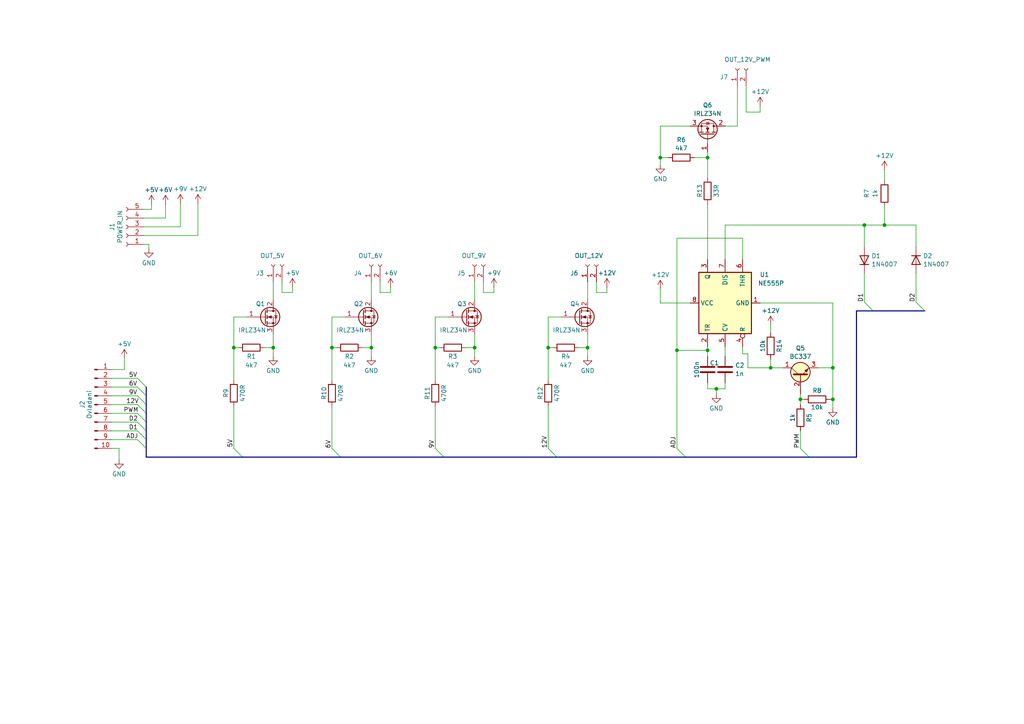
<source format=kicad_sch>
(kicad_sch (version 20231120) (generator "eeschema") (generator_version "8.0")
  (paper "A4")
  (title_block (title "Astrobox") (date "2024-04-13") (rev "2"))
  (lib_symbols
    (symbol "+12V_1" (power) (pin_numbers hide) (pin_names (offset 0) hide)
      (property "Value" "+12V" (at 0 3.556 0))
      (symbol "+12V_1_0_1"
        (polyline (pts (xy -0.762 1.27) (xy 0 2.54)))
        (polyline (pts (xy 0 0) (xy 0 2.54)))
        (polyline (pts (xy 0 2.54) (xy 0.762 1.27)))
      )
      (symbol "+12V_1_1_1"
        (pin power_in line (at 0 0 90) (length 0) (name "~") (number "1"))
      )
    )
    (symbol "Connector:Conn_01x02_Socket" (pin_names (offset 1.016) hide)
      (property "Reference" "J" (at 0 2.54 0))
      (property "Value" "Conn_01x02_Socket" (at 0 -5.08 0))
      (symbol "Conn_01x02_Socket_1_1"
        (arc (start 0 -2.032) (mid -0.5058 -2.54) (end 0 -3.048) (stroke (width 0.1524)))
        (polyline (pts (xy -1.27 -2.54) (xy -0.508 -2.54)) (stroke (width 0.1524)))
        (polyline (pts (xy -1.27 0) (xy -0.508 0)) (stroke (width 0.1524)))
        (arc (start 0 0.508) (mid -0.5058 0) (end 0 -0.508) (stroke (width 0.1524)))
        (pin passive line (at -5.08 0 0) (length 3.81) (name "Pin_1") (number "1"))
        (pin passive line (at -5.08 -2.54 0) (length 3.81) (name "Pin_2") (number "2"))
      )
    )
    (symbol "Connector:Conn_01x05_Socket" (pin_names (offset 1.016) hide)
      (property "Reference" "J" (at 0 7.62 0))
      (property "Value" "Conn_01x05_Socket" (at 0 -7.62 0))
      (symbol "Conn_01x05_Socket_1_1"
        (arc (start 0 -4.572) (mid -0.5058 -5.08) (end 0 -5.588) (stroke (width 0.1524)))
        (arc (start 0 -2.032) (mid -0.5058 -2.54) (end 0 -3.048) (stroke (width 0.1524)))
        (polyline (pts (xy -1.27 -5.08) (xy -0.508 -5.08)) (stroke (width 0.1524)))
        (polyline (pts (xy -1.27 -2.54) (xy -0.508 -2.54)) (stroke (width 0.1524)))
        (polyline (pts (xy -1.27 0) (xy -0.508 0)) (stroke (width 0.1524)))
        (polyline (pts (xy -1.27 2.54) (xy -0.508 2.54)) (stroke (width 0.1524)))
        (polyline (pts (xy -1.27 5.08) (xy -0.508 5.08)) (stroke (width 0.1524)))
        (arc (start 0 0.508) (mid -0.5058 0) (end 0 -0.508) (stroke (width 0.1524)))
        (arc (start 0 3.048) (mid -0.5058 2.54) (end 0 2.032) (stroke (width 0.1524)))
        (arc (start 0 5.588) (mid -0.5058 5.08) (end 0 4.572) (stroke (width 0.1524)))
        (pin passive line (at -5.08 5.08 0) (length 3.81) (name "Pin_1") (number "1"))
        (pin passive line (at -5.08 2.54 0) (length 3.81) (name "Pin_2") (number "2"))
        (pin passive line (at -5.08 0 0) (length 3.81) (name "Pin_3") (number "3"))
        (pin passive line (at -5.08 -2.54 0) (length 3.81) (name "Pin_4") (number "4"))
        (pin passive line (at -5.08 -5.08 0) (length 3.81) (name "Pin_5") (number "5"))
      )
    )
    (symbol "Connector:Conn_01x10_Pin" (pin_names (offset 1.016) hide)
      (property "Reference" "J" (at 0 12.7 0))
      (property "Value" "Conn_01x10_Pin" (at 0 -15.24 0))
      (symbol "Conn_01x10_Pin_1_1"
        (polyline (pts (xy 1.27 -12.7) (xy 0.8636 -12.7)) (stroke (width 0.1524)))
        (polyline (pts (xy 1.27 -10.16) (xy 0.8636 -10.16)) (stroke (width 0.1524)))
        (polyline (pts (xy 1.27 -7.62) (xy 0.8636 -7.62)) (stroke (width 0.1524)))
        (polyline (pts (xy 1.27 -5.08) (xy 0.8636 -5.08)) (stroke (width 0.1524)))
        (polyline (pts (xy 1.27 -2.54) (xy 0.8636 -2.54)) (stroke (width 0.1524)))
        (polyline (pts (xy 1.27 0) (xy 0.8636 0)) (stroke (width 0.1524)))
        (polyline (pts (xy 1.27 2.54) (xy 0.8636 2.54)) (stroke (width 0.1524)))
        (polyline (pts (xy 1.27 5.08) (xy 0.8636 5.08)) (stroke (width 0.1524)))
        (polyline (pts (xy 1.27 7.62) (xy 0.8636 7.62)) (stroke (width 0.1524)))
        (polyline (pts (xy 1.27 10.16) (xy 0.8636 10.16)) (stroke (width 0.1524)))
        (rectangle (start 0.8636 -12.573) (end 0 -12.827) (stroke (width 0.1524)) (fill (type outline)))
        (rectangle (start 0.8636 -10.033) (end 0 -10.287) (stroke (width 0.1524)) (fill (type outline)))
        (rectangle (start 0.8636 -7.493) (end 0 -7.747) (stroke (width 0.1524)) (fill (type outline)))
        (rectangle (start 0.8636 -4.953) (end 0 -5.207) (stroke (width 0.1524)) (fill (type outline)))
        (rectangle (start 0.8636 -2.413) (end 0 -2.667) (stroke (width 0.1524)) (fill (type outline)))
        (rectangle (start 0.8636 0.127) (end 0 -0.127) (stroke (width 0.1524)) (fill (type outline)))
        (rectangle (start 0.8636 2.667) (end 0 2.413) (stroke (width 0.1524)) (fill (type outline)))
        (rectangle (start 0.8636 5.207) (end 0 4.953) (stroke (width 0.1524)) (fill (type outline)))
        (rectangle (start 0.8636 7.747) (end 0 7.493) (stroke (width 0.1524)) (fill (type outline)))
        (rectangle (start 0.8636 10.287) (end 0 10.033) (stroke (width 0.1524)) (fill (type outline)))
        (pin passive line (at 5.08 10.16 180) (length 3.81) (name "Pin_1") (number "1"))
        (pin passive line (at 5.08 -12.7 180) (length 3.81) (name "Pin_10") (number "10"))
        (pin passive line (at 5.08 7.62 180) (length 3.81) (name "Pin_2") (number "2"))
        (pin passive line (at 5.08 5.08 180) (length 3.81) (name "Pin_3") (number "3"))
        (pin passive line (at 5.08 2.54 180) (length 3.81) (name "Pin_4") (number "4"))
        (pin passive line (at 5.08 0 180) (length 3.81) (name "Pin_5") (number "5"))
        (pin passive line (at 5.08 -2.54 180) (length 3.81) (name "Pin_6") (number "6"))
        (pin passive line (at 5.08 -5.08 180) (length 3.81) (name "Pin_7") (number "7"))
        (pin passive line (at 5.08 -7.62 180) (length 3.81) (name "Pin_8") (number "8"))
        (pin passive line (at 5.08 -10.16 180) (length 3.81) (name "Pin_9") (number "9"))
      )
    )
    (symbol "Device:C" (pin_numbers hide) (pin_names (offset 0.254))
      (property "Reference" "C" (at 0.635 2.54 0))
      (property "Value" "C" (at 0.635 -2.54 0))
      (symbol "C_0_1"
        (polyline (pts (xy -2.032 -0.762) (xy 2.032 -0.762)) (stroke (width 0.508)))
        (polyline (pts (xy -2.032 0.762) (xy 2.032 0.762)) (stroke (width 0.508)))
      )
      (symbol "C_1_1"
        (pin passive line (at 0 3.81 270) (length 2.794) (name "~") (number "1"))
        (pin passive line (at 0 -3.81 90) (length 2.794) (name "~") (number "2"))
      )
    )
    (symbol "Device:D" (pin_numbers hide) (pin_names (offset 1.016) hide)
      (property "Reference" "D" (at 0 2.54 0))
      (property "Value" "D" (at 0 -2.54 0))
      (symbol "D_0_1"
        (polyline (pts (xy -1.27 1.27) (xy -1.27 -1.27)) (stroke (width 0.254)))
        (polyline (pts (xy 1.27 0) (xy -1.27 0)))
        (polyline (pts (xy 1.27 1.27) (xy 1.27 -1.27) (xy -1.27 0) (xy 1.27 1.27)) (stroke (width 0.254)))
      )
      (symbol "D_1_1"
        (pin passive line (at -3.81 0 0) (length 2.54) (name "K") (number "1"))
        (pin passive line (at 3.81 0 180) (length 2.54) (name "A") (number "2"))
      )
    )
    (symbol "Device:R" (pin_numbers hide) (pin_names (offset 0))
      (property "Reference" "R" (at 2.032 0 90))
      (property "Value" "R" (at 0 0 90))
      (symbol "R_0_1"
        (rectangle (start -1.016 -2.54) (end 1.016 2.54) (stroke (width 0.254)))
      )
      (symbol "R_1_1"
        (pin passive line (at 0 3.81 270) (length 1.27) (name "~") (number "1"))
        (pin passive line (at 0 -3.81 90) (length 1.27) (name "~") (number "2"))
      )
    )
    (symbol "PCM_Transistor_BJT_AKL:BC337" (pin_names hide)
      (property "Reference" "Q" (at 5.08 1.27 0))
      (property "Value" "BC337" (at 5.08 -1.27 0))
      (symbol "BC337_0_1"
        (polyline (pts (xy 0.635 0.635) (xy 2.54 2.54)))
        (polyline (pts (xy 0.635 -0.635) (xy 2.54 -2.54) (xy 2.54 -2.54)))
        (polyline (pts (xy 0.635 1.905) (xy 0.635 -1.905) (xy 0.635 -1.905)) (stroke (width 0.508)))
        (polyline (pts (xy 1.27 -1.778) (xy 1.778 -1.27) (xy 2.286 -2.286) (xy 1.27 -1.778) (xy 1.27 -1.778)) (fill (type outline)))
        (circle (center 1.27 0) (radius 2.8194) (stroke (width 0.254)) (fill (type background)))
      )
      (symbol "BC337_1_1"
        (pin passive line (at 2.54 5.08 270) (length 2.54) (name "C") (number "1"))
        (pin input line (at -5.08 0 0) (length 5.715) (name "B") (number "2"))
        (pin passive line (at 2.54 -5.08 90) (length 2.54) (name "E") (number "3"))
      )
    )
    (symbol "Timer:NE555P"
      (property "Reference" "U" (at -10.16 8.89 0))
      (property "Value" "NE555P" (at 2.54 8.89 0))
      (symbol "NE555P_0_0"
        (pin power_in line (at 0 -10.16 90) (length 2.54) (name "GND") (number "1"))
        (pin power_in line (at 0 10.16 270) (length 2.54) (name "VCC") (number "8"))
      )
      (symbol "NE555P_0_1"
        (rectangle (start -8.89 -7.62) (end 8.89 7.62) (stroke (width 0.254)) (fill (type background)))
        (rectangle (start -8.89 -7.62) (end 8.89 7.62) (stroke (width 0.254)) (fill (type background)))
      )
      (symbol "NE555P_1_1"
        (pin input line (at -12.7 5.08 0) (length 3.81) (name "TR") (number "2"))
        (pin output line (at 12.7 5.08 180) (length 3.81) (name "Q") (number "3"))
        (pin input inverted (at -12.7 -5.08 0) (length 3.81) (name "R") (number "4"))
        (pin input line (at -12.7 0 0) (length 3.81) (name "CV") (number "5"))
        (pin input line (at 12.7 -5.08 180) (length 3.81) (name "THR") (number "6"))
        (pin input line (at 12.7 0 180) (length 3.81) (name "DIS") (number "7"))
      )
    )
    (symbol "Transistor_FET:IRLZ34N" (pin_names hide)
      (property "Reference" "Q" (at 5.08 1.905 0))
      (property "Value" "IRLZ34N" (at 5.08 0 0))
      (symbol "IRLZ34N_0_1"
        (polyline (pts (xy 0.254 0) (xy -2.54 0)))
        (polyline (pts (xy 0.254 1.905) (xy 0.254 -1.905)) (stroke (width 0.254)))
        (polyline (pts (xy 0.762 -1.27) (xy 0.762 -2.286)) (stroke (width 0.254)))
        (polyline (pts (xy 0.762 0.508) (xy 0.762 -0.508)) (stroke (width 0.254)))
        (polyline (pts (xy 0.762 2.286) (xy 0.762 1.27)) (stroke (width 0.254)))
        (polyline (pts (xy 2.54 2.54) (xy 2.54 1.778)))
        (polyline (pts (xy 2.54 -2.54) (xy 2.54 0) (xy 0.762 0)))
        (polyline (pts (xy 0.762 -1.778) (xy 3.302 -1.778) (xy 3.302 1.778) (xy 0.762 1.778)))
        (polyline (pts (xy 1.016 0) (xy 2.032 0.381) (xy 2.032 -0.381) (xy 1.016 0)) (fill (type outline)))
        (polyline (pts (xy 2.794 0.508) (xy 2.921 0.381) (xy 3.683 0.381) (xy 3.81 0.254)))
        (polyline (pts (xy 3.302 0.381) (xy 2.921 -0.254) (xy 3.683 -0.254) (xy 3.302 0.381)))
        (circle (center 1.651 0) (radius 2.794) (stroke (width 0.254)))
        (circle (center 2.54 -1.778) (radius 0.254) (fill (type outline)))
        (circle (center 2.54 1.778) (radius 0.254) (fill (type outline)))
      )
      (symbol "IRLZ34N_1_1"
        (pin input line (at -5.08 0 0) (length 2.54) (name "G") (number "1"))
        (pin passive line (at 2.54 5.08 270) (length 2.54) (name "D") (number "2"))
        (pin passive line (at 2.54 -5.08 90) (length 2.54) (name "S") (number "3"))
      )
    )
    (symbol "power:+12V" (power) (pin_names (offset 0))
      (property "Value" "+12V" (at 0 3.556 0))
      (symbol "+12V_0_1"
        (polyline (pts (xy -0.762 1.27) (xy 0 2.54)))
        (polyline (pts (xy 0 0) (xy 0 2.54)))
        (polyline (pts (xy 0 2.54) (xy 0.762 1.27)))
      )
      (symbol "+12V_1_1"
        (pin power_in line (at 0 0 90) (length 0) hide (name "+12V") (number "1"))
      )
    )
    (symbol "power:+5V" (power) (pin_names (offset 0))
      (property "Value" "+5V" (at 0 3.556 0))
      (symbol "+5V_0_1"
        (polyline (pts (xy -0.762 1.27) (xy 0 2.54)))
        (polyline (pts (xy 0 0) (xy 0 2.54)))
        (polyline (pts (xy 0 2.54) (xy 0.762 1.27)))
      )
      (symbol "+5V_1_1"
        (pin power_in line (at 0 0 90) (length 0) hide (name "+5V") (number "1"))
      )
    )
    (symbol "power:+6V" (power) (pin_numbers hide) (pin_names (offset 0) hide)
      (property "Value" "+6V" (at 0 3.556 0))
      (symbol "+6V_0_1"
        (polyline (pts (xy -0.762 1.27) (xy 0 2.54)))
        (polyline (pts (xy 0 0) (xy 0 2.54)))
        (polyline (pts (xy 0 2.54) (xy 0.762 1.27)))
      )
      (symbol "+6V_1_1"
        (pin power_in line (at 0 0 90) (length 0) (name "~") (number "1"))
      )
    )
    (symbol "power:+9V" (power) (pin_numbers hide) (pin_names (offset 0) hide)
      (property "Value" "+9V" (at 0 3.556 0))
      (symbol "+9V_0_1"
        (polyline (pts (xy -0.762 1.27) (xy 0 2.54)))
        (polyline (pts (xy 0 0) (xy 0 2.54)))
        (polyline (pts (xy 0 2.54) (xy 0.762 1.27)))
      )
      (symbol "+9V_1_1"
        (pin power_in line (at 0 0 90) (length 0) (name "~") (number "1"))
      )
    )
    (symbol "power:GND" (power) (pin_names (offset 0))
      (property "Value" "GND" (at 0 -3.81 0))
      (symbol "GND_0_1"
        (polyline (pts (xy 0 0) (xy 0 -1.27) (xy 1.27 -1.27) (xy 0 -2.54) (xy -1.27 -1.27) (xy 0 -1.27)))
      )
      (symbol "GND_1_1"
        (pin power_in line (at 0 0 270) (length 0) hide (name "GND") (number "1"))
      )
    )
  )
  (junction (at 67.818 100.838))
  (junction (at 232.156 115.824))
  (junction (at 223.52 106.68))
  (junction (at 207.772 112.776))
  (junction (at 107.696 100.838))
  (junction (at 196.342 101.6))
  (junction (at 256.54 65.278))
  (junction (at 205.232 101.6))
  (junction (at 96.266 100.838))
  (junction (at 79.248 100.838))
  (junction (at 250.698 65.278))
  (junction (at 191.516 45.72))
  (junction (at 241.554 115.824))
  (junction (at 241.554 106.68))
  (junction (at 126.238 100.838))
  (junction (at 170.434 100.838))
  (junction (at 159.004 100.838))
  (junction (at 137.668 100.838))
  (junction (at 205.232 45.72))
  (bus_entry (at 126.238 130.048) (size 2.54 2.54))
  (bus_entry (at 39.878 119.888) (size 2.54 2.54))
  (bus_entry (at 250.698 87.63) (size 2.54 2.54))
  (bus_entry (at 39.878 127.508) (size 2.54 2.54))
  (bus_entry (at 39.878 109.728) (size 2.54 2.54))
  (bus_entry (at 67.818 130.048) (size 2.54 2.54))
  (bus_entry (at 39.878 122.428) (size 2.54 2.54))
  (bus_entry (at 96.266 130.048) (size 2.54 2.54))
  (bus_entry (at 232.156 130.048) (size 2.54 2.54))
  (bus_entry (at 39.878 112.268) (size 2.54 2.54))
  (bus_entry (at 39.878 114.808) (size 2.54 2.54))
  (bus_entry (at 39.878 117.348) (size 2.54 2.54))
  (bus_entry (at 265.684 87.63) (size 2.54 2.54))
  (bus_entry (at 39.878 124.968) (size 2.54 2.54))
  (bus_entry (at 159.004 130.048) (size 2.54 2.54))
  (bus_entry (at 196.342 130.048) (size 2.54 2.54))
  (wire (pts (xy 130.048 91.948) (xy 126.238 91.948)))
  (wire (pts (xy 205.232 45.72) (xy 205.232 51.562)))
  (wire (pts (xy 232.156 124.968) (xy 232.156 130.048)))
  (wire (pts (xy 250.698 65.278) (xy 256.54 65.278)))
  (wire (pts (xy 48.006 63.246) (xy 48.006 59.182)))
  (wire (pts (xy 143.256 83.312) (xy 143.256 84.836)))
  (wire (pts (xy 126.238 91.948) (xy 126.238 100.838)))
  (wire (pts (xy 170.434 100.838) (xy 170.434 103.378)))
  (wire (pts (xy 191.516 45.72) (xy 191.516 47.752)))
  (wire (pts (xy 213.868 36.576) (xy 213.868 24.892)))
  (wire (pts (xy 210.312 112.776) (xy 210.312 110.998)))
  (wire (pts (xy 216.916 102.616) (xy 216.916 106.68)))
  (wire (pts (xy 67.818 100.838) (xy 67.818 110.236)))
  (wire (pts (xy 241.554 115.824) (xy 241.554 118.364)))
  (wire (pts (xy 43.942 60.706) (xy 43.942 59.182)))
  (wire (pts (xy 210.312 65.278) (xy 210.312 75.184)))
  (wire (pts (xy 250.698 79.248) (xy 250.698 87.63)))
  (wire (pts (xy 137.668 100.838) (xy 137.668 103.378)))
  (wire (pts (xy 205.232 110.998) (xy 205.232 112.776)))
  (wire (pts (xy 215.392 69.088) (xy 215.392 75.184)))
  (wire (pts (xy 41.656 63.246) (xy 48.006 63.246)))
  (wire (pts (xy 223.52 94.234) (xy 223.52 96.52)))
  (wire (pts (xy 81.788 81.788) (xy 81.788 84.836)))
  (wire (pts (xy 210.312 36.576) (xy 213.868 36.576)))
  (wire (pts (xy 159.004 117.856) (xy 159.004 130.048)))
  (wire (pts (xy 170.434 81.788) (xy 170.434 86.868)))
  (wire (pts (xy 107.696 97.028) (xy 107.696 100.838)))
  (wire (pts (xy 79.248 100.838) (xy 79.248 103.378)))
  (wire (pts (xy 100.076 91.948) (xy 96.266 91.948)))
  (wire (pts (xy 140.208 81.788) (xy 140.208 84.836)))
  (bus (pts (xy 42.418 127.508) (xy 42.418 130.048)))
  (bus (pts (xy 42.418 130.048) (xy 42.418 132.588)))
  (wire (pts (xy 220.472 87.884) (xy 241.554 87.884)))
  (wire (pts (xy 216.916 106.68) (xy 223.52 106.68)))
  (wire (pts (xy 210.312 100.584) (xy 210.312 103.378)))
  (wire (pts (xy 41.656 70.866) (xy 43.18 70.866)))
  (wire (pts (xy 52.324 65.786) (xy 52.324 58.928)))
  (wire (pts (xy 223.52 106.68) (xy 223.52 104.14)))
  (bus (pts (xy 253.238 90.17) (xy 268.224 90.17)))
  (wire (pts (xy 205.232 59.182) (xy 205.232 75.184)))
  (wire (pts (xy 126.238 100.838) (xy 127.508 100.838)))
  (bus (pts (xy 128.778 132.588) (xy 161.544 132.588)))
  (wire (pts (xy 207.772 112.776) (xy 210.312 112.776)))
  (wire (pts (xy 200.152 36.576) (xy 191.516 36.576)))
  (wire (pts (xy 32.512 124.968) (xy 39.878 124.968)))
  (wire (pts (xy 41.656 65.786) (xy 52.324 65.786)))
  (wire (pts (xy 67.818 91.948) (xy 67.818 100.838)))
  (wire (pts (xy 191.516 45.72) (xy 193.802 45.72)))
  (wire (pts (xy 233.172 115.824) (xy 232.156 115.824)))
  (bus (pts (xy 248.412 132.588) (xy 248.412 90.17)))
  (bus (pts (xy 42.418 117.348) (xy 42.418 119.888)))
  (wire (pts (xy 32.512 109.728) (xy 39.878 109.728)))
  (wire (pts (xy 159.004 91.948) (xy 159.004 100.838)))
  (wire (pts (xy 256.54 49.276) (xy 256.54 52.324)))
  (wire (pts (xy 41.656 60.706) (xy 43.942 60.706)))
  (wire (pts (xy 79.248 81.788) (xy 79.248 86.868)))
  (wire (pts (xy 67.818 100.838) (xy 69.088 100.838)))
  (wire (pts (xy 36.068 107.188) (xy 36.068 103.886)))
  (wire (pts (xy 107.696 81.788) (xy 107.696 86.868)))
  (wire (pts (xy 41.656 68.326) (xy 57.404 68.326)))
  (wire (pts (xy 79.248 97.028) (xy 79.248 100.838)))
  (wire (pts (xy 96.266 91.948) (xy 96.266 100.838)))
  (wire (pts (xy 43.18 70.866) (xy 43.18 72.136)))
  (wire (pts (xy 84.836 83.312) (xy 84.836 84.836)))
  (wire (pts (xy 32.512 127.508) (xy 39.878 127.508)))
  (wire (pts (xy 76.708 100.838) (xy 79.248 100.838)))
  (wire (pts (xy 96.266 100.838) (xy 96.266 110.236)))
  (bus (pts (xy 98.806 132.588) (xy 128.778 132.588)))
  (bus (pts (xy 42.418 114.808) (xy 42.418 117.348)))
  (wire (pts (xy 205.232 101.6) (xy 205.232 103.378)))
  (wire (pts (xy 205.232 112.776) (xy 207.772 112.776)))
  (wire (pts (xy 32.512 114.808) (xy 39.878 114.808)))
  (wire (pts (xy 126.238 117.856) (xy 126.238 130.048)))
  (wire (pts (xy 256.54 65.278) (xy 256.54 59.944)))
  (wire (pts (xy 201.422 45.72) (xy 205.232 45.72)))
  (wire (pts (xy 196.342 69.088) (xy 215.392 69.088)))
  (bus (pts (xy 70.358 132.588) (xy 98.806 132.588)))
  (wire (pts (xy 200.152 87.884) (xy 191.516 87.884)))
  (wire (pts (xy 250.698 65.278) (xy 250.698 71.628)))
  (wire (pts (xy 32.512 117.348) (xy 39.878 117.348)))
  (wire (pts (xy 172.974 81.788) (xy 172.974 84.836)))
  (bus (pts (xy 42.418 132.588) (xy 70.358 132.588)))
  (wire (pts (xy 135.128 100.838) (xy 137.668 100.838)))
  (wire (pts (xy 84.836 84.836) (xy 81.788 84.836)))
  (wire (pts (xy 32.512 107.188) (xy 36.068 107.188)))
  (wire (pts (xy 34.544 130.048) (xy 34.544 133.35)))
  (wire (pts (xy 176.022 84.836) (xy 172.974 84.836)))
  (wire (pts (xy 207.772 112.776) (xy 207.772 114.3)))
  (wire (pts (xy 170.434 97.028) (xy 170.434 100.838)))
  (wire (pts (xy 205.232 44.196) (xy 205.232 45.72)))
  (bus (pts (xy 248.412 90.17) (xy 253.238 90.17)))
  (wire (pts (xy 105.156 100.838) (xy 107.696 100.838)))
  (wire (pts (xy 241.554 106.68) (xy 241.554 115.824)))
  (wire (pts (xy 67.818 117.856) (xy 67.818 130.048)))
  (wire (pts (xy 215.392 100.584) (xy 215.392 102.616)))
  (wire (pts (xy 220.472 32.512) (xy 216.408 32.512)))
  (wire (pts (xy 232.156 115.824) (xy 232.156 117.348)))
  (bus (pts (xy 234.696 132.588) (xy 248.412 132.588)))
  (wire (pts (xy 220.472 30.734) (xy 220.472 32.512)))
  (wire (pts (xy 71.628 91.948) (xy 67.818 91.948)))
  (wire (pts (xy 205.232 100.584) (xy 205.232 101.6)))
  (wire (pts (xy 237.236 106.68) (xy 241.554 106.68)))
  (wire (pts (xy 210.312 65.278) (xy 250.698 65.278)))
  (wire (pts (xy 223.52 106.68) (xy 227.076 106.68)))
  (wire (pts (xy 143.256 84.836) (xy 140.208 84.836)))
  (wire (pts (xy 107.696 100.838) (xy 107.696 103.378)))
  (bus (pts (xy 42.418 124.968) (xy 42.418 127.508)))
  (bus (pts (xy 42.418 112.268) (xy 42.418 114.808)))
  (wire (pts (xy 32.512 130.048) (xy 34.544 130.048)))
  (wire (pts (xy 32.512 119.888) (xy 39.878 119.888)))
  (wire (pts (xy 167.894 100.838) (xy 170.434 100.838)))
  (wire (pts (xy 96.266 117.856) (xy 96.266 130.048)))
  (wire (pts (xy 232.156 114.3) (xy 232.156 115.824)))
  (bus (pts (xy 198.882 132.588) (xy 234.696 132.588)))
  (wire (pts (xy 240.792 115.824) (xy 241.554 115.824)))
  (wire (pts (xy 216.408 32.512) (xy 216.408 24.892)))
  (bus (pts (xy 161.544 132.588) (xy 198.882 132.588)))
  (wire (pts (xy 162.814 91.948) (xy 159.004 91.948)))
  (wire (pts (xy 57.404 58.928) (xy 57.404 68.326)))
  (wire (pts (xy 113.284 84.836) (xy 110.236 84.836)))
  (wire (pts (xy 110.236 81.788) (xy 110.236 84.836)))
  (bus (pts (xy 42.418 119.888) (xy 42.418 122.428)))
  (wire (pts (xy 159.004 100.838) (xy 159.004 110.236)))
  (wire (pts (xy 113.284 83.312) (xy 113.284 84.836)))
  (wire (pts (xy 137.668 97.028) (xy 137.668 100.838)))
  (wire (pts (xy 196.342 101.6) (xy 196.342 130.048)))
  (wire (pts (xy 32.512 112.268) (xy 39.878 112.268)))
  (wire (pts (xy 159.004 100.838) (xy 160.274 100.838)))
  (wire (pts (xy 191.516 87.884) (xy 191.516 83.82)))
  (wire (pts (xy 265.684 79.248) (xy 265.684 87.63)))
  (wire (pts (xy 215.392 102.616) (xy 216.916 102.616)))
  (bus (pts (xy 42.418 122.428) (xy 42.418 124.968)))
  (wire (pts (xy 265.684 65.278) (xy 265.684 71.628)))
  (wire (pts (xy 32.512 122.428) (xy 39.878 122.428)))
  (wire (pts (xy 205.232 101.6) (xy 196.342 101.6)))
  (wire (pts (xy 241.554 87.884) (xy 241.554 106.68)))
  (wire (pts (xy 176.022 83.312) (xy 176.022 84.836)))
  (wire (pts (xy 137.668 81.788) (xy 137.668 86.868)))
  (wire (pts (xy 96.266 100.838) (xy 97.536 100.838)))
  (wire (pts (xy 191.516 36.576) (xy 191.516 45.72)))
  (wire (pts (xy 196.342 101.6) (xy 196.342 69.088)))
  (wire (pts (xy 256.54 65.278) (xy 265.684 65.278)))
  (wire (pts (xy 126.238 100.838) (xy 126.238 110.236)))
  (label "PWM" (at 232.156 130.048 90))
  (label "6V" (at 37.338 112.268 0))
  (label "ADJ" (at 196.342 130.048 90))
  (label "5V" (at 37.338 109.728 0))
  (label "D2" (at 37.338 122.428 0))
  (label "D1" (at 250.698 87.63 90))
  (label "PWM" (at 35.814 119.888 0))
  (label "9V" (at 126.238 130.048 90))
  (label "12V" (at 36.576 117.348 0))
  (label "6V" (at 96.266 130.048 90))
  (label "5V" (at 67.818 129.794 90))
  (label "9V" (at 37.338 114.808 0))
  (label "D2" (at 265.684 87.63 90))
  (label "ADJ" (at 36.576 127.508 0))
  (label "12V" (at 159.004 130.048 90))
  (label "D1" (at 37.338 124.968 0))
  (symbol (lib_id "power:+12V") (at 223.52 94.234 0) (unit 1)
    (property "Reference" "#PWR020" (effects (hide yes)))
    (property "Value" "+12V" (at 223.52 90.1009 0))
  )
  (symbol (lib_id "Transistor_FET:IRLZ34N") (at 76.708 91.948 0) (unit 1)
    (property "Reference" "Q1" (at 74.168 88.138 0) (effects (justify left)))
    (property "Value" "IRLZ34N" (at 69.088 95.758 0) (effects (justify left)))
    (property "Footprint" "Package_TO_SOT_THT:TO-220-3_Vertical" (effects (hide yes)))
    (property "Datasheet" "http://www.infineon.com/dgdl/irlz34npbf.pdf?fileId=5546d462533600a40153567206892720" (effects (hide yes)))
  )
  (symbol (lib_name "+12V_1") (lib_id "power:+12V") (at 57.404 58.928 0) (unit 1)
    (property "Reference" "#PWR07" (effects (hide yes)))
    (property "Value" "+12V" (at 57.404 54.7949 0))
    (property "Description" "Power symbol creates a global label with name \"+12V\"" (effects (hide yes)))
  )
  (symbol (lib_id "Device:R") (at 96.266 114.046 180) (unit 1)
    (property "Reference" "R10" (at 93.98 114.046 90))
    (property "Value" "470R" (at 98.806 114.046 90))
    (property "Footprint" "Resistor_THT:R_Axial_DIN0309_L9.0mm_D3.2mm_P12.70mm_Horizontal" (effects (hide yes)))
  )
  (symbol (lib_id "Device:C") (at 205.232 107.188 0) (unit 1)
    (property "Reference" "C1" (at 205.867 105.283 0) (effects (justify left)))
    (property "Value" "100n" (at 202.057 109.728 90) (effects (justify left)))
    (property "Footprint" "Capacitor_THT:C_Disc_D9.0mm_W5.0mm_P5.00mm" (effects (hide yes)))
  )
  (symbol (lib_id "power:+9V") (at 143.256 83.312 0) (unit 1)
    (property "Reference" "#PWR013" (effects (hide yes)))
    (property "Value" "+9V" (at 143.256 79.1789 0))
    (property "Description" "Power symbol creates a global label with name \"+9V\"" (effects (hide yes)))
  )
  (symbol (lib_id "Device:C") (at 210.312 107.188 0) (unit 1)
    (property "Reference" "C2" (at 213.233 105.9759 0) (effects (justify left)))
    (property "Value" "1n" (at 213.233 108.4001 0) (effects (justify left)))
    (property "Footprint" "Capacitor_THT:C_Disc_D9.0mm_W5.0mm_P5.00mm" (effects (hide yes)))
  )
  (symbol (lib_id "Device:R") (at 67.818 114.046 180) (unit 1)
    (property "Reference" "R9" (at 65.532 114.046 90))
    (property "Value" "470R" (at 70.358 114.046 90))
    (property "Footprint" "Resistor_THT:R_Axial_DIN0309_L9.0mm_D3.2mm_P12.70mm_Horizontal" (effects (hide yes)))
  )
  (symbol (lib_id "Transistor_FET:IRLZ34N") (at 135.128 91.948 0) (unit 1)
    (property "Reference" "Q3" (at 132.588 88.138 0) (effects (justify left)))
    (property "Value" "IRLZ34N" (at 127.508 95.758 0) (effects (justify left)))
    (property "Footprint" "Package_TO_SOT_THT:TO-220-3_Vertical" (effects (hide yes)))
    (property "Datasheet" "http://www.infineon.com/dgdl/irlz34npbf.pdf?fileId=5546d462533600a40153567206892720" (effects (hide yes)))
  )
  (symbol (lib_id "Connector:Conn_01x02_Socket") (at 137.668 76.708 90) (unit 1)
    (property "Reference" "J5" (at 132.588 79.248 90) (effects (justify right)))
    (property "Value" "OUT_9V" (at 133.858 74.168 90) (effects (justify right)))
    (property "Footprint" "Connector_Wire:SolderWire-1.5sqmm_1x02_P6mm_D1.7mm_OD3mm" (effects (hide yes)))
  )
  (symbol (lib_id "Device:R") (at 72.898 100.838 90) (unit 1)
    (property "Reference" "R1" (at 72.898 103.378 90))
    (property "Value" "4k7" (at 72.898 105.918 90))
    (property "Footprint" "Resistor_THT:R_Axial_DIN0309_L9.0mm_D3.2mm_P12.70mm_Horizontal" (effects (hide yes)))
  )
  (symbol (lib_id "Device:D") (at 265.684 75.438 270) (unit 1)
    (property "Reference" "D2" (at 267.716 74.2258 90) (effects (justify left)))
    (property "Value" "1N4007" (at 267.716 76.6501 90) (effects (justify left)))
    (property "Footprint" "Diode_THT:D_DO-15_P12.70mm_Horizontal" (effects (hide yes)))
    (property "Description" "Diode" (effects (hide yes)))
    (property "Sim.Device" "D" (effects (hide yes)))
    (property "Sim.Pins" "1=K 2=A" (effects (hide yes)))
  )
  (symbol (lib_id "power:GND") (at 107.696 103.378 0) (unit 1)
    (property "Reference" "#PWR010" (effects (hide yes)))
    (property "Value" "GND" (at 107.696 107.5111 0))
  )
  (symbol (lib_id "power:+5V") (at 43.942 59.182 0) (unit 1)
    (property "Reference" "#PWR02" (effects (hide yes)))
    (property "Value" "+5V" (at 43.942 55.0489 0))
  )
  (symbol (lib_id "Device:R") (at 126.238 114.046 180) (unit 1)
    (property "Reference" "R11" (at 123.952 114.046 90))
    (property "Value" "470R" (at 128.778 114.046 90))
    (property "Footprint" "Resistor_THT:R_Axial_DIN0309_L9.0mm_D3.2mm_P12.70mm_Horizontal" (effects (hide yes)))
  )
  (symbol (lib_name "+12V_1") (lib_id "power:+12V") (at 220.472 30.734 0) (unit 1)
    (property "Reference" "#PWR019" (effects (hide yes)))
    (property "Value" "+12V" (at 220.472 26.6009 0))
    (property "Description" "Power symbol creates a global label with name \"+12V\"" (effects (hide yes)))
  )
  (symbol (lib_id "Connector:Conn_01x02_Socket") (at 213.868 19.812 90) (unit 1)
    (property "Reference" "J7" (at 208.788 22.352 90) (effects (justify right)))
    (property "Value" "OUT_12V_PWM" (at 210.058 17.272 90) (effects (justify right)))
    (property "Footprint" "Connector_Wire:SolderWire-1.5sqmm_1x02_P6mm_D1.7mm_OD3mm" (effects (hide yes)))
  )
  (symbol (lib_id "power:GND") (at 137.668 103.378 0) (unit 1)
    (property "Reference" "#PWR012" (effects (hide yes)))
    (property "Value" "GND" (at 137.668 107.5111 0))
  )
  (symbol (lib_name "+12V_1") (lib_id "power:+12V") (at 256.54 49.276 0) (unit 1)
    (property "Reference" "#PWR022" (effects (hide yes)))
    (property "Value" "+12V" (at 256.54 45.1429 0))
    (property "Description" "Power symbol creates a global label with name \"+12V\"" (effects (hide yes)))
  )
  (symbol (lib_id "power:+6V") (at 48.006 59.182 0) (unit 1)
    (property "Reference" "#PWR03" (effects (hide yes)))
    (property "Value" "+6V" (at 48.006 55.0489 0))
    (property "Description" "Power symbol creates a global label with name \"+6V\"" (effects (hide yes)))
  )
  (symbol (lib_id "Device:R") (at 232.156 121.158 180) (unit 1)
    (property "Reference" "R5" (at 234.696 121.158 90))
    (property "Value" "1k" (at 229.87 121.158 90))
    (property "Footprint" "Resistor_THT:R_Axial_DIN0309_L9.0mm_D3.2mm_P12.70mm_Horizontal" (effects (hide yes)))
  )
  (symbol (lib_id "power:GND") (at 191.516 47.752 0) (unit 1)
    (property "Reference" "#PWR017" (effects (hide yes)))
    (property "Value" "GND" (at 191.516 51.8851 0))
  )
  (symbol (lib_id "Device:R") (at 197.612 45.72 270) (unit 1)
    (property "Reference" "R6" (at 197.612 40.5595 90))
    (property "Value" "4k7" (at 197.612 42.9838 90))
    (property "Footprint" "Resistor_THT:R_Axial_DIN0309_L9.0mm_D3.2mm_P12.70mm_Horizontal" (effects (hide yes)))
  )
  (symbol (lib_id "power:+9V") (at 52.324 58.928 0) (unit 1)
    (property "Reference" "#PWR06" (effects (hide yes)))
    (property "Value" "+9V" (at 52.324 54.7949 0))
    (property "Description" "Power symbol creates a global label with name \"+9V\"" (effects (hide yes)))
  )
  (symbol (lib_id "Connector:Conn_01x02_Socket") (at 79.248 76.708 90) (unit 1)
    (property "Reference" "J3" (at 74.168 79.248 90) (effects (justify right)))
    (property "Value" "OUT_5V" (at 75.438 74.168 90) (effects (justify right)))
    (property "Footprint" "Connector_Wire:SolderWire-1.5sqmm_1x02_P6mm_D1.7mm_OD3mm" (effects (hide yes)))
  )
  (symbol (lib_id "power:+5V") (at 84.836 83.312 0) (unit 1)
    (property "Reference" "#PWR09" (effects (hide yes)))
    (property "Value" "+5V" (at 84.836 79.1789 0))
  )
  (symbol (lib_id "PCM_Transistor_BJT_AKL:BC337") (at 232.156 109.22 90) (unit 1)
    (property "Reference" "Q5" (at 232.156 100.9861 90))
    (property "Value" "BC337" (at 232.156 103.4104 90))
    (property "Footprint" "Package_TO_SOT_THT:TO-92_HandSolder" (effects (hide yes)))
    (property "Datasheet" "https://www.tme.eu/Document/11d7e3f5dc635c549df9f13ed376a852/BC337.pdf" (effects (hide yes)))
    (property "Description" "NPN TO-92 transistor, 45V, 800mA, 625mW, Complementary to BC327, Alternate KiCAD Library" (effects (hide yes)))
  )
  (symbol (lib_id "Device:R") (at 101.346 100.838 90) (unit 1)
    (property "Reference" "R2" (at 101.346 103.378 90))
    (property "Value" "4k7" (at 101.346 105.918 90))
    (property "Footprint" "Resistor_THT:R_Axial_DIN0309_L9.0mm_D3.2mm_P12.70mm_Horizontal" (effects (hide yes)))
  )
  (symbol (lib_id "Connector:Conn_01x02_Socket") (at 107.696 76.708 90) (unit 1)
    (property "Reference" "J4" (at 102.616 79.248 90) (effects (justify right)))
    (property "Value" "OUT_6V" (at 103.886 74.168 90) (effects (justify right)))
    (property "Footprint" "Connector_Wire:SolderWire-1.5sqmm_1x02_P6mm_D1.7mm_OD3mm" (effects (hide yes)))
  )
  (symbol (lib_id "power:GND") (at 207.772 114.3 0) (unit 1)
    (property "Reference" "#PWR018" (effects (hide yes)))
    (property "Value" "GND" (at 207.772 118.4331 0))
  )
  (symbol (lib_id "power:GND") (at 170.434 103.378 0) (unit 1)
    (property "Reference" "#PWR014" (effects (hide yes)))
    (property "Value" "GND" (at 170.434 107.5111 0))
  )
  (symbol (lib_id "power:+12V") (at 191.516 83.82 0) (unit 1)
    (property "Reference" "#PWR016" (effects (hide yes)))
    (property "Value" "+12V" (at 191.516 79.6869 0))
  )
  (symbol (lib_id "power:GND") (at 43.18 72.136 0) (unit 1)
    (property "Reference" "#PWR01" (effects (hide yes)))
    (property "Value" "GND" (at 43.18 76.2691 0))
  )
  (symbol (lib_id "Connector:Conn_01x10_Pin") (at 27.432 117.348 0) (unit 1)
    (property "Reference" "J2" (at 23.876 117.348 90))
    (property "Value" "Ovladani" (at 25.908 117.348 90))
    (property "Footprint" "Connector_PinHeader_2.54mm:PinHeader_1x10_P2.54mm_Vertical" (effects (hide yes)))
    (property "Description" "Generic connector, single row, 01x10, script generated" (effects (hide yes)))
  )
  (symbol (lib_id "Connector:Conn_01x02_Socket") (at 170.434 76.708 90) (unit 1)
    (property "Reference" "J6" (at 165.354 79.248 90) (effects (justify right)))
    (property "Value" "OUT_12V" (at 166.624 74.168 90) (effects (justify right)))
    (property "Footprint" "Connector_Wire:SolderWire-1.5sqmm_1x02_P6mm_D1.7mm_OD3mm" (effects (hide yes)))
  )
  (symbol (lib_id "power:+6V") (at 113.284 83.312 0) (unit 1)
    (property "Reference" "#PWR011" (effects (hide yes)))
    (property "Value" "+6V" (at 113.284 79.1789 0))
    (property "Description" "Power symbol creates a global label with name \"+6V\"" (effects (hide yes)))
  )
  (symbol (lib_id "Transistor_FET:IRLZ34N") (at 167.894 91.948 0) (unit 1)
    (property "Reference" "Q4" (at 165.354 88.138 0) (effects (justify left)))
    (property "Value" "IRLZ34N" (at 160.274 95.758 0) (effects (justify left)))
    (property "Footprint" "Package_TO_SOT_THT:TO-220-3_Vertical" (effects (hide yes)))
    (property "Datasheet" "http://www.infineon.com/dgdl/irlz34npbf.pdf?fileId=5546d462533600a40153567206892720" (effects (hide yes)))
  )
  (symbol (lib_id "Device:R") (at 159.004 114.046 180) (unit 1)
    (property "Reference" "R12" (at 156.718 114.046 90))
    (property "Value" "470R" (at 161.544 114.046 90))
    (property "Footprint" "Resistor_THT:R_Axial_DIN0309_L9.0mm_D3.2mm_P12.70mm_Horizontal" (effects (hide yes)))
  )
  (symbol (lib_id "Transistor_FET:IRLZ34N") (at 205.232 39.116 270) (mirror x) (unit 1)
    (property "Reference" "Q6" (at 205.232 30.5267 90))
    (property "Value" "IRLZ34N" (at 205.232 32.9509 90))
    (property "Footprint" "Package_TO_SOT_THT:TO-220-3_Vertical" (effects (hide yes)))
    (property "Datasheet" "http://www.infineon.com/dgdl/irlz34npbf.pdf?fileId=5546d462533600a40153567206892720" (effects (hide yes)))
  )
  (symbol (lib_id "Device:R") (at 131.318 100.838 90) (unit 1)
    (property "Reference" "R3" (at 131.318 103.378 90))
    (property "Value" "4k7" (at 131.318 105.918 90))
    (property "Footprint" "Resistor_THT:R_Axial_DIN0309_L9.0mm_D3.2mm_P12.70mm_Horizontal" (effects (hide yes)))
  )
  (symbol (lib_id "Device:R") (at 205.232 55.372 180) (unit 1)
    (property "Reference" "R13" (at 202.946 55.372 90))
    (property "Value" "33R" (at 207.772 55.372 90))
    (property "Footprint" "Resistor_THT:R_Axial_DIN0309_L9.0mm_D3.2mm_P12.70mm_Horizontal" (effects (hide yes)))
  )
  (symbol (lib_id "Device:D") (at 250.698 75.438 90) (unit 1)
    (property "Reference" "D1" (at 252.73 74.2258 90) (effects (justify right)))
    (property "Value" "1N4007" (at 252.73 76.6501 90) (effects (justify right)))
    (property "Footprint" "Diode_THT:D_DO-15_P12.70mm_Horizontal" (effects (hide yes)))
    (property "Description" "Diode" (effects (hide yes)))
    (property "Sim.Device" "D" (effects (hide yes)))
    (property "Sim.Pins" "1=K 2=A" (effects (hide yes)))
  )
  (symbol (lib_id "Connector:Conn_01x05_Socket") (at 36.576 65.786 180) (unit 1)
    (property "Reference" "J1" (at 32.512 65.786 90))
    (property "Value" "POWER_IN" (at 34.798 65.786 90))
    (property "Footprint" "Connector_Wire:SolderWire-1sqmm_1x05_P5.4mm_D1.4mm_OD2.7mm" (effects (hide yes)))
    (property "Description" "Generic connector, single row, 01x05, script generated" (effects (hide yes)))
  )
  (symbol (lib_id "Device:R") (at 256.54 56.134 180) (unit 1)
    (property "Reference" "R7" (at 251.3795 56.134 90))
    (property "Value" "1k" (at 253.8038 56.134 90))
    (property "Footprint" "Resistor_THT:R_Axial_DIN0309_L9.0mm_D3.2mm_P12.70mm_Horizontal" (effects (hide yes)))
  )
  (symbol (lib_id "Device:R") (at 223.52 100.33 180) (unit 1)
    (property "Reference" "R14" (at 226.06 100.33 90))
    (property "Value" "10k" (at 221.234 100.33 90))
    (property "Footprint" "Resistor_THT:R_Axial_DIN0309_L9.0mm_D3.2mm_P12.70mm_Horizontal" (effects (hide yes)))
  )
  (symbol (lib_name "+12V_1") (lib_id "power:+12V") (at 176.022 83.312 0) (unit 1)
    (property "Reference" "#PWR015" (effects (hide yes)))
    (property "Value" "+12V" (at 176.022 79.1789 0))
    (property "Description" "Power symbol creates a global label with name \"+12V\"" (effects (hide yes)))
  )
  (symbol (lib_id "Transistor_FET:IRLZ34N") (at 105.156 91.948 0) (unit 1)
    (property "Reference" "Q2" (at 102.616 88.138 0) (effects (justify left)))
    (property "Value" "IRLZ34N" (at 97.536 95.758 0) (effects (justify left)))
    (property "Footprint" "Package_TO_SOT_THT:TO-220-3_Vertical" (effects (hide yes)))
    (property "Datasheet" "http://www.infineon.com/dgdl/irlz34npbf.pdf?fileId=5546d462533600a40153567206892720" (effects (hide yes)))
  )
  (symbol (lib_id "Timer:NE555P") (at 210.312 87.884 90) (unit 1)
    (property "Reference" "U1" (at 221.742 79.629 90))
    (property "Value" "NE555P" (at 223.647 82.169 90))
    (property "Footprint" "Package_DIP:DIP-8_W7.62mm" (effects (hide yes)))
    (property "Datasheet" "http://www.ti.com/lit/ds/symlink/ne555.pdf" (effects (hide yes)))
  )
  (symbol (lib_id "power:GND") (at 241.554 118.364 0) (unit 1)
    (property "Reference" "#PWR021" (effects (hide yes)))
    (property "Value" "GND" (at 241.554 122.4971 0))
  )
  (symbol (lib_id "Device:R") (at 236.982 115.824 270) (unit 1)
    (property "Reference" "R8" (at 236.982 113.284 90))
    (property "Value" "10k" (at 236.982 118.11 90))
    (property "Footprint" "Resistor_THT:R_Axial_DIN0309_L9.0mm_D3.2mm_P12.70mm_Horizontal" (effects (hide yes)))
  )
  (symbol (lib_id "power:GND") (at 79.248 103.378 0) (unit 1)
    (property "Reference" "#PWR08" (effects (hide yes)))
    (property "Value" "GND" (at 79.248 107.5111 0))
  )
  (symbol (lib_id "power:+5V") (at 36.068 103.886 0) (unit 1)
    (property "Reference" "#PWR05" (effects (hide yes)))
    (property "Value" "+5V" (at 36.068 99.7529 0))
  )
  (symbol (lib_id "Device:R") (at 164.084 100.838 90) (unit 1)
    (property "Reference" "R4" (at 164.084 103.378 90))
    (property "Value" "4k7" (at 164.084 105.918 90))
    (property "Footprint" "Resistor_THT:R_Axial_DIN0309_L9.0mm_D3.2mm_P12.70mm_Horizontal" (effects (hide yes)))
  )
  (symbol (lib_id "power:GND") (at 34.544 133.35 0) (unit 1)
    (property "Reference" "#PWR04" (effects (hide yes)))
    (property "Value" "GND" (at 34.544 137.4831 0))
  )
)
</source>
